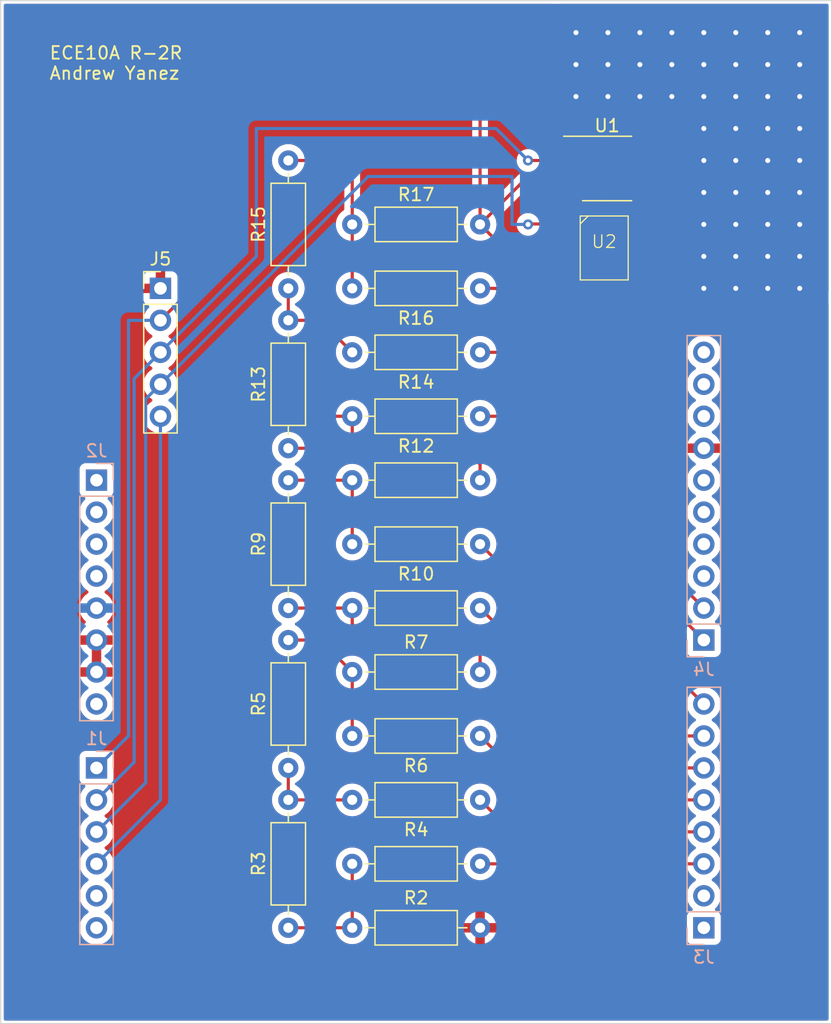
<source format=kicad_pcb>
(kicad_pcb (version 20221018) (generator pcbnew)
  (layers (0 "F.Cu" signal) (31 "B.Cu" signal) (34 "B.Paste" user) (35 "F.Paste" user) (36 "B.SilkS" user "B.Silkscreen") (37 "F.SilkS" user "F.Silkscreen") (38 "B.Mask" user) (39 "F.Mask" user) (44 "Edge.Cuts" user))
  (net 0 "")
  (net 1 "/vout_r2r")
  (net 2 "/vout_ltc")
  (net 3 "/vout_mcp")
  (net 4 "/ARDUINO_A3")
  (net 11 "+5V")
  (net 12 "GND")
  (net 14 "/vin0")
  (net 15 "/vin1")
  (net 16 "/vin2")
  (net 17 "/vin3")
  (net 18 "/vin4")
  (net 19 "/vin5")
  (net 20 "/vin6")
  (net 21 "/vin7")
  (net 31 "Net-(R1-Pad2)")
  (net 32 "Net-(R3-Pad2)")
  (net 33 "Net-(R5-Pad2)")
  (net 34 "Net-(R7-Pad2)")
  (net 35 "Net-(R10-Pad2)")
  (net 36 "Net-(R11-Pad2)")
  (net 37 "Net-(R13-Pad2)")
  (net 38 "Net-(R15-Pad2)")
  (footprint "Resistor_THT:R_Axial_DIN0207_L6.3mm_D2.5mm_P10.16mm_Horizontal" (layer "F.Cu") (at 106.68 43.18 180)
    (fp_text reference "R14" (at 5.08 -2.37) (layer "F.SilkS"))
    (fp_text value "20k")
    (fp_line (start 1.04 0) (end 1.81 0) (stroke (width 0.12)) (layer "F.SilkS"))
    (fp_line (start 1.81 -1.37) (end 1.81 1.37) (stroke (width 0.12)) (layer "F.SilkS"))
    (fp_line (start 1.81 1.37) (end 8.35 1.37) (stroke (width 0.12)) (layer "F.SilkS"))
    (fp_line (start 8.35 -1.37) (end 1.81 -1.37) (stroke (width 0.12)) (layer "F.SilkS"))
    (fp_line (start 8.35 1.37) (end 8.35 -1.37) (stroke (width 0.12)) (layer "F.SilkS"))
    (fp_line (start 9.12 0) (end 8.35 0) (stroke (width 0.12)) (layer "F.SilkS"))
    (pad "1" thru_hole circle (at 0 0 180) (size 1.6 1.6) (drill 0.8) (layers "*.Cu" "*.Mask") (net 20 "/vin6"))
    (pad "2" thru_hole oval (at 10.16 0 180) (size 1.6 1.6) (drill 0.8) (layers "*.Cu" "*.Mask") (net 37 "Net-(R13-Pad2)"))
  )
  (footprint "Resistor_THT:R_Axial_DIN0207_L6.3mm_D2.5mm_P10.16mm_Horizontal" (layer "F.Cu") (at 91.44 38.1 90)
    (fp_text reference "R15" (at 5.08 -2.37 90) (layer "F.SilkS"))
    (fp_text value "10k")
    (fp_line (start 1.04 0) (end 1.81 0) (stroke (width 0.12)) (layer "F.SilkS"))
    (fp_line (start 1.81 -1.37) (end 1.81 1.37) (stroke (width 0.12)) (layer "F.SilkS"))
    (fp_line (start 1.81 1.37) (end 8.35 1.37) (stroke (width 0.12)) (layer "F.SilkS"))
    (fp_line (start 8.35 -1.37) (end 1.81 -1.37) (stroke (width 0.12)) (layer "F.SilkS"))
    (fp_line (start 8.35 1.37) (end 8.35 -1.37) (stroke (width 0.12)) (layer "F.SilkS"))
    (fp_line (start 9.12 0) (end 8.35 0) (stroke (width 0.12)) (layer "F.SilkS"))
    (pad "1" thru_hole circle (at 0 0 90) (size 1.6 1.6) (drill 0.8) (layers "*.Cu" "*.Mask") (net 37 "Net-(R13-Pad2)"))
    (pad "2" thru_hole oval (at 10.16 0 90) (size 1.6 1.6) (drill 0.8) (layers "*.Cu" "*.Mask") (net 38 "Net-(R15-Pad2)"))
  )
  (footprint "Resistor_THT:R_Axial_DIN0207_L6.3mm_D2.5mm_P10.16mm_Horizontal" (layer "F.Cu") (at 96.52 68.58)
    (fp_text reference "R7" (at 5.08 -2.37) (layer "F.SilkS"))
    (fp_text value "10k")
    (fp_line (start 1.04 0) (end 1.81 0) (stroke (width 0.12)) (layer "F.SilkS"))
    (fp_line (start 1.81 -1.37) (end 1.81 1.37) (stroke (width 0.12)) (layer "F.SilkS"))
    (fp_line (start 1.81 1.37) (end 8.35 1.37) (stroke (width 0.12)) (layer "F.SilkS"))
    (fp_line (start 8.35 -1.37) (end 1.81 -1.37) (stroke (width 0.12)) (layer "F.SilkS"))
    (fp_line (start 8.35 1.37) (end 8.35 -1.37) (stroke (width 0.12)) (layer "F.SilkS"))
    (fp_line (start 9.12 0) (end 8.35 0) (stroke (width 0.12)) (layer "F.SilkS"))
    (pad "1" thru_hole circle (at 0 0) (size 1.6 1.6) (drill 0.8) (layers "*.Cu" "*.Mask") (net 33 "Net-(R5-Pad2)"))
    (pad "2" thru_hole oval (at 10.16 0) (size 1.6 1.6) (drill 0.8) (layers "*.Cu" "*.Mask") (net 34 "Net-(R7-Pad2)"))
  )
  (footprint "Resistor_THT:R_Axial_DIN0207_L6.3mm_D2.5mm_P10.16mm_Horizontal" (layer "F.Cu") (at 106.68 48.26 180)
    (fp_text reference "R12" (at 5.08 -2.37) (layer "F.SilkS"))
    (fp_text value "20k")
    (fp_line (start 1.04 0) (end 1.81 0) (stroke (width 0.12)) (layer "F.SilkS"))
    (fp_line (start 1.81 -1.37) (end 1.81 1.37) (stroke (width 0.12)) (layer "F.SilkS"))
    (fp_line (start 1.81 1.37) (end 8.35 1.37) (stroke (width 0.12)) (layer "F.SilkS"))
    (fp_line (start 8.35 -1.37) (end 1.81 -1.37) (stroke (width 0.12)) (layer "F.SilkS"))
    (fp_line (start 8.35 1.37) (end 8.35 -1.37) (stroke (width 0.12)) (layer "F.SilkS"))
    (fp_line (start 9.12 0) (end 8.35 0) (stroke (width 0.12)) (layer "F.SilkS"))
    (pad "1" thru_hole circle (at 0 0 180) (size 1.6 1.6) (drill 0.8) (layers "*.Cu" "*.Mask") (net 19 "/vin5"))
    (pad "2" thru_hole oval (at 10.16 0 180) (size 1.6 1.6) (drill 0.8) (layers "*.Cu" "*.Mask") (net 36 "Net-(R11-Pad2)"))
  )
  (footprint "Resistor_THT:R_Axial_DIN0207_L6.3mm_D2.5mm_P10.16mm_Horizontal" (layer "F.Cu") (at 91.44 88.9 90)
    (fp_text reference "R3" (at 5.08 -2.37 90) (layer "F.SilkS"))
    (fp_text value "10k")
    (fp_line (start 1.04 0) (end 1.81 0) (stroke (width 0.12)) (layer "F.SilkS"))
    (fp_line (start 1.81 -1.37) (end 1.81 1.37) (stroke (width 0.12)) (layer "F.SilkS"))
    (fp_line (start 1.81 1.37) (end 8.35 1.37) (stroke (width 0.12)) (layer "F.SilkS"))
    (fp_line (start 8.35 -1.37) (end 1.81 -1.37) (stroke (width 0.12)) (layer "F.SilkS"))
    (fp_line (start 8.35 1.37) (end 8.35 -1.37) (stroke (width 0.12)) (layer "F.SilkS"))
    (fp_line (start 9.12 0) (end 8.35 0) (stroke (width 0.12)) (layer "F.SilkS"))
    (pad "1" thru_hole circle (at 0 0 90) (size 1.6 1.6) (drill 0.8) (layers "*.Cu" "*.Mask") (net 31 "Net-(R1-Pad2)"))
    (pad "2" thru_hole oval (at 10.16 0 90) (size 1.6 1.6) (drill 0.8) (layers "*.Cu" "*.Mask") (net 32 "Net-(R3-Pad2)"))
  )
  (footprint "Resistor_THT:R_Axial_DIN0207_L6.3mm_D2.5mm_P10.16mm_Horizontal" (layer "F.Cu") (at 96.52 33.02)
    (fp_text reference "R17" (at 5.08 -2.37) (layer "F.SilkS"))
    (fp_text value "10k")
    (fp_line (start 1.04 0) (end 1.81 0) (stroke (width 0.12)) (layer "F.SilkS"))
    (fp_line (start 1.81 -1.37) (end 1.81 1.37) (stroke (width 0.12)) (layer "F.SilkS"))
    (fp_line (start 1.81 1.37) (end 8.35 1.37) (stroke (width 0.12)) (layer "F.SilkS"))
    (fp_line (start 8.35 -1.37) (end 1.81 -1.37) (stroke (width 0.12)) (layer "F.SilkS"))
    (fp_line (start 8.35 1.37) (end 8.35 -1.37) (stroke (width 0.12)) (layer "F.SilkS"))
    (fp_line (start 9.12 0) (end 8.35 0) (stroke (width 0.12)) (layer "F.SilkS"))
    (pad "1" thru_hole circle (at 0 0) (size 1.6 1.6) (drill 0.8) (layers "*.Cu" "*.Mask") (net 38 "Net-(R15-Pad2)"))
    (pad "2" thru_hole oval (at 10.16 0) (size 1.6 1.6) (drill 0.8) (layers "*.Cu" "*.Mask") (net 1 "/vout_r2r"))
  )
  (footprint "Resistor_THT:R_Axial_DIN0207_L6.3mm_D2.5mm_P10.16mm_Horizontal" (layer "F.Cu") (at 106.68 78.74 180)
    (fp_text reference "R4" (at 5.08 -2.37) (layer "F.SilkS"))
    (fp_text value "20k")
    (fp_line (start 1.04 0) (end 1.81 0) (stroke (width 0.12)) (layer "F.SilkS"))
    (fp_line (start 1.81 -1.37) (end 1.81 1.37) (stroke (width 0.12)) (layer "F.SilkS"))
    (fp_line (start 1.81 1.37) (end 8.35 1.37) (stroke (width 0.12)) (layer "F.SilkS"))
    (fp_line (start 8.35 -1.37) (end 1.81 -1.37) (stroke (width 0.12)) (layer "F.SilkS"))
    (fp_line (start 8.35 1.37) (end 8.35 -1.37) (stroke (width 0.12)) (layer "F.SilkS"))
    (fp_line (start 9.12 0) (end 8.35 0) (stroke (width 0.12)) (layer "F.SilkS"))
    (pad "1" thru_hole circle (at 0 0 180) (size 1.6 1.6) (drill 0.8) (layers "*.Cu" "*.Mask") (net 15 "/vin1"))
    (pad "2" thru_hole oval (at 10.16 0 180) (size 1.6 1.6) (drill 0.8) (layers "*.Cu" "*.Mask") (net 32 "Net-(R3-Pad2)"))
  )
  (footprint "Resistor_THT:R_Axial_DIN0207_L6.3mm_D2.5mm_P10.16mm_Horizontal" (layer "F.Cu") (at 91.44 76.2 90)
    (fp_text reference "R5" (at 5.08 -2.37 90) (layer "F.SilkS"))
    (fp_text value "10k")
    (fp_line (start 1.04 0) (end 1.81 0) (stroke (width 0.12)) (layer "F.SilkS"))
    (fp_line (start 1.81 -1.37) (end 1.81 1.37) (stroke (width 0.12)) (layer "F.SilkS"))
    (fp_line (start 1.81 1.37) (end 8.35 1.37) (stroke (width 0.12)) (layer "F.SilkS"))
    (fp_line (start 8.35 -1.37) (end 1.81 -1.37) (stroke (width 0.12)) (layer "F.SilkS"))
    (fp_line (start 8.35 1.37) (end 8.35 -1.37) (stroke (width 0.12)) (layer "F.SilkS"))
    (fp_line (start 9.12 0) (end 8.35 0) (stroke (width 0.12)) (layer "F.SilkS"))
    (pad "1" thru_hole circle (at 0 0 90) (size 1.6 1.6) (drill 0.8) (layers "*.Cu" "*.Mask") (net 32 "Net-(R3-Pad2)"))
    (pad "2" thru_hole oval (at 10.16 0 90) (size 1.6 1.6) (drill 0.8) (layers "*.Cu" "*.Mask") (net 33 "Net-(R5-Pad2)"))
  )
  (footprint "Resistor_THT:R_Axial_DIN0207_L6.3mm_D2.5mm_P10.16mm_Horizontal" (layer "F.Cu") (at 106.68 38.1 180)
    (fp_text reference "R16" (at 5.08 -2.37) (layer "F.SilkS"))
    (fp_text value "20k")
    (fp_line (start 1.04 0) (end 1.81 0) (stroke (width 0.12)) (layer "F.SilkS"))
    (fp_line (start 1.81 -1.37) (end 1.81 1.37) (stroke (width 0.12)) (layer "F.SilkS"))
    (fp_line (start 1.81 1.37) (end 8.35 1.37) (stroke (width 0.12)) (layer "F.SilkS"))
    (fp_line (start 8.35 -1.37) (end 1.81 -1.37) (stroke (width 0.12)) (layer "F.SilkS"))
    (fp_line (start 8.35 1.37) (end 8.35 -1.37) (stroke (width 0.12)) (layer "F.SilkS"))
    (fp_line (start 9.12 0) (end 8.35 0) (stroke (width 0.12)) (layer "F.SilkS"))
    (pad "1" thru_hole circle (at 0 0 180) (size 1.6 1.6) (drill 0.8) (layers "*.Cu" "*.Mask") (net 21 "/vin7"))
    (pad "2" thru_hole oval (at 10.16 0 180) (size 1.6 1.6) (drill 0.8) (layers "*.Cu" "*.Mask") (net 38 "Net-(R15-Pad2)"))
  )
  (footprint "Resistor_THT:R_Axial_DIN0207_L6.3mm_D2.5mm_P10.16mm_Horizontal" (layer "F.Cu") (at 106.68 63.5 180)
    (fp_text reference "R8" hide)
    (fp_text value "20k")
    (fp_line (start 1.04 0) (end 1.81 0) (stroke (width 0.12)) (layer "F.SilkS"))
    (fp_line (start 1.81 -1.37) (end 1.81 1.37) (stroke (width 0.12)) (layer "F.SilkS"))
    (fp_line (start 1.81 1.37) (end 8.35 1.37) (stroke (width 0.12)) (layer "F.SilkS"))
    (fp_line (start 8.35 -1.37) (end 1.81 -1.37) (stroke (width 0.12)) (layer "F.SilkS"))
    (fp_line (start 8.35 1.37) (end 8.35 -1.37) (stroke (width 0.12)) (layer "F.SilkS"))
    (fp_line (start 9.12 0) (end 8.35 0) (stroke (width 0.12)) (layer "F.SilkS"))
    (pad "1" thru_hole circle (at 0 0 180) (size 1.6 1.6) (drill 0.8) (layers "*.Cu" "*.Mask") (net 17 "/vin3"))
    (pad "2" thru_hole oval (at 10.16 0 180) (size 1.6 1.6) (drill 0.8) (layers "*.Cu" "*.Mask") (net 34 "Net-(R7-Pad2)"))
  )
  (footprint "Resistor_THT:R_Axial_DIN0207_L6.3mm_D2.5mm_P10.16mm_Horizontal" (layer "F.Cu") (at 96.52 53.34)
    (fp_text reference "R11" hide)
    (fp_text value "10k")
    (fp_line (start 1.04 0) (end 1.81 0) (stroke (width 0.12)) (layer "F.SilkS"))
    (fp_line (start 1.81 -1.37) (end 1.81 1.37) (stroke (width 0.12)) (layer "F.SilkS"))
    (fp_line (start 1.81 1.37) (end 8.35 1.37) (stroke (width 0.12)) (layer "F.SilkS"))
    (fp_line (start 8.35 -1.37) (end 1.81 -1.37) (stroke (width 0.12)) (layer "F.SilkS"))
    (fp_line (start 8.35 1.37) (end 8.35 -1.37) (stroke (width 0.12)) (layer "F.SilkS"))
    (fp_line (start 9.12 0) (end 8.35 0) (stroke (width 0.12)) (layer "F.SilkS"))
    (pad "1" thru_hole circle (at 0 0) (size 1.6 1.6) (drill 0.8) (layers "*.Cu" "*.Mask") (net 35 "Net-(R10-Pad2)"))
    (pad "2" thru_hole oval (at 10.16 0) (size 1.6 1.6) (drill 0.8) (layers "*.Cu" "*.Mask") (net 36 "Net-(R11-Pad2)"))
  )
  (footprint "Resistor_THT:R_Axial_DIN0207_L6.3mm_D2.5mm_P10.16mm_Horizontal" (layer "F.Cu") (at 106.68 83.82 180)
    (fp_text reference "R1" hide)
    (fp_text value "20k")
    (fp_line (start 1.04 0) (end 1.81 0) (stroke (width 0.12)) (layer "F.SilkS"))
    (fp_line (start 1.81 -1.37) (end 1.81 1.37) (stroke (width 0.12)) (layer "F.SilkS"))
    (fp_line (start 1.81 1.37) (end 8.35 1.37) (stroke (width 0.12)) (layer "F.SilkS"))
    (fp_line (start 8.35 -1.37) (end 1.81 -1.37) (stroke (width 0.12)) (layer "F.SilkS"))
    (fp_line (start 8.35 1.37) (end 8.35 -1.37) (stroke (width 0.12)) (layer "F.SilkS"))
    (fp_line (start 9.12 0) (end 8.35 0) (stroke (width 0.12)) (layer "F.SilkS"))
    (pad "1" thru_hole circle (at 0 0 180) (size 1.6 1.6) (drill 0.8) (layers "*.Cu" "*.Mask") (net 14 "/vin0"))
    (pad "2" thru_hole oval (at 10.16 0 180) (size 1.6 1.6) (drill 0.8) (layers "*.Cu" "*.Mask") (net 31 "Net-(R1-Pad2)"))
  )
  (footprint "Connector_PinHeader_2.54mm:PinHeader_1x05_P2.54mm_Vertical" (layer "F.Cu") (at 81.28 38.1)
    (fp_text reference "J5" (at 0 -2.33) (layer "F.SilkS"))
    (fp_text value "Conn_01x05")
    (fp_line (start -1.33 -1.33) (end 0 -1.33) (stroke (width 0.12)) (layer "F.SilkS"))
    (fp_line (start -1.33 0) (end -1.33 -1.33) (stroke (width 0.12)) (layer "F.SilkS"))
    (fp_line (start -1.33 1.27) (end -1.33 11.49) (stroke (width 0.12)) (layer "F.SilkS"))
    (fp_line (start -1.33 1.27) (end 1.33 1.27) (stroke (width 0.12)) (layer "F.SilkS"))
    (fp_line (start -1.33 11.49) (end 1.33 11.49) (stroke (width 0.12)) (layer "F.SilkS"))
    (fp_line (start 1.33 1.27) (end 1.33 11.49) (stroke (width 0.12)) (layer "F.SilkS"))
    (pad "1" thru_hole rect (at 0 0) (size 1.7 1.7) (drill 1) (layers "*.Cu" "*.Mask") (net 12 "GND"))
    (pad "2" thru_hole oval (at 0 2.54) (size 1.7 1.7) (drill 1) (layers "*.Cu" "*.Mask") (net 1 "/vout_r2r"))
    (pad "3" thru_hole oval (at 0 5.08) (size 1.7 1.7) (drill 1) (layers "*.Cu" "*.Mask") (net 2 "/vout_ltc"))
    (pad "4" thru_hole oval (at 0 7.62) (size 1.7 1.7) (drill 1) (layers "*.Cu" "*.Mask") (net 3 "/vout_mcp"))
    (pad "5" thru_hole oval (at 0 10.16) (size 1.7 1.7) (drill 1) (layers "*.Cu" "*.Mask") (net 4 "/ARDUINO_A3"))
  )
  (footprint "Package_SO:SOIC-8_3.9x4.9mm_P1.27mm" (layer "F.Cu") (at 116.775 28.575)
    (fp_text reference "U1" (at 0 -3.4) (layer "F.SilkS"))
    (fp_text value "LTC1152")
    (fp_line (start 0 -2.56) (end -3.45 -2.56) (stroke (width 0.12)) (layer "F.SilkS"))
    (fp_line (start 0 -2.56) (end 1.95 -2.56) (stroke (width 0.12)) (layer "F.SilkS"))
    (fp_line (start 0 2.56) (end -1.95 2.56) (stroke (width 0.12)) (layer "F.SilkS"))
    (fp_line (start 0 2.56) (end 1.95 2.56) (stroke (width 0.12)) (layer "F.SilkS"))
    (pad "1" smd roundrect (at -2.475 -1.905) (size 1.95 0.6) (layers "F.Cu" "F.Paste" "F.Mask") (net 11 "+5V"))
    (pad "2" smd roundrect (at -2.475 -0.635) (size 1.95 0.6) (layers "F.Cu" "F.Paste" "F.Mask") (net 2 "/vout_ltc"))
    (pad "3" smd roundrect (at -2.475 0.635) (size 1.95 0.6) (layers "F.Cu" "F.Paste" "F.Mask") (net 1 "/vout_r2r"))
    (pad "4" smd roundrect (at -2.475 1.905) (size 1.95 0.6) (layers "F.Cu" "F.Paste" "F.Mask") (net 12 "GND"))
    (pad "5" smd roundrect (at 2.475 1.905) (size 1.95 0.6) (layers "F.Cu" "F.Paste" "F.Mask"))
    (pad "6" smd roundrect (at 2.475 0.635) (size 1.95 0.6) (layers "F.Cu" "F.Paste" "F.Mask") (net 2 "/vout_ltc"))
    (pad "7" smd roundrect (at 2.475 -0.635) (size 1.95 0.6) (layers "F.Cu" "F.Paste" "F.Mask") (net 11 "+5V"))
    (pad "8" smd roundrect (at 2.475 -1.905) (size 1.95 0.6) (layers "F.Cu" "F.Paste" "F.Mask"))
  )
  (footprint "Resistor_THT:R_Axial_DIN0207_L6.3mm_D2.5mm_P10.16mm_Horizontal" (layer "F.Cu") (at 91.44 63.5 90)
    (fp_text reference "R9" (at 5.08 -2.37 90) (layer "F.SilkS"))
    (fp_text value "10k")
    (fp_line (start 1.04 0) (end 1.81 0) (stroke (width 0.12)) (layer "F.SilkS"))
    (fp_line (start 1.81 -1.37) (end 1.81 1.37) (stroke (width 0.12)) (layer "F.SilkS"))
    (fp_line (start 1.81 1.37) (end 8.35 1.37) (stroke (width 0.12)) (layer "F.SilkS"))
    (fp_line (start 8.35 -1.37) (end 1.81 -1.37) (stroke (width 0.12)) (layer "F.SilkS"))
    (fp_line (start 8.35 1.37) (end 8.35 -1.37) (stroke (width 0.12)) (layer "F.SilkS"))
    (fp_line (start 9.12 0) (end 8.35 0) (stroke (width 0.12)) (layer "F.SilkS"))
    (pad "1" thru_hole circle (at 0 0 90) (size 1.6 1.6) (drill 0.8) (layers "*.Cu" "*.Mask") (net 34 "Net-(R7-Pad2)"))
    (pad "2" thru_hole oval (at 10.16 0 90) (size 1.6 1.6) (drill 0.8) (layers "*.Cu" "*.Mask") (net 35 "Net-(R10-Pad2)"))
  )
  (footprint "Yanez -OpAmp:SOIC-8" (layer "F.Cu") (at 116.5425 34.89)
    (fp_text reference "U2" (at 0 -0.5 unlocked) (layer "F.SilkS") (effects (font (thickness 0.1))))
    (fp_text value "~")
    (fp_line (start -1.905 -2.54) (end 1.905 -2.54) (stroke (width 0.1)) (layer "F.SilkS"))
    (fp_line (start -1.905 -1.905) (end -1.905 -2.54) (stroke (width 0.1)) (layer "F.SilkS"))
    (fp_line (start -1.905 -1.905) (end -1.27 -2.54) (stroke (width 0.1)) (layer "F.SilkS"))
    (fp_line (start -1.905 2.54) (end -1.905 -1.905) (stroke (width 0.1)) (layer "F.SilkS"))
    (fp_line (start 1.905 -2.54) (end 1.905 2.54) (stroke (width 0.1)) (layer "F.SilkS"))
    (fp_line (start 1.905 2.54) (end -1.905 2.54) (stroke (width 0.1)) (layer "F.SilkS"))
    (pad "1" smd roundrect (at -2.54 -1.905) (size 1.905 0.635) (layers "F.Cu" "F.Paste" "F.Mask") (net 3 "/vout_mcp"))
    (pad "2" smd roundrect (at -2.54 -0.635) (size 1.905 0.635) (layers "F.Cu" "F.Paste" "F.Mask") (net 3 "/vout_mcp"))
    (pad "3" smd roundrect (at -2.54 0.635) (size 1.905 0.635) (layers "F.Cu" "F.Paste" "F.Mask") (net 1 "/vout_r2r"))
    (pad "4" smd roundrect (at -2.54 1.905) (size 1.905 0.635) (layers "F.Cu" "F.Paste" "F.Mask") (net 12 "GND"))
    (pad "5" smd roundrect (at 2.54 1.905) (size 1.905 0.635) (layers "F.Cu" "F.Paste" "F.Mask"))
    (pad "6" smd roundrect (at 2.54 0.635) (size 1.905 0.635) (layers "F.Cu" "F.Paste" "F.Mask"))
    (pad "7" smd roundrect (at 2.54 -0.635) (size 1.905 0.635) (layers "F.Cu" "F.Paste" "F.Mask"))
    (pad "8" smd roundrect (at 2.54 -1.905) (size 1.905 0.635) (layers "F.Cu" "F.Paste" "F.Mask") (net 11 "+5V"))
  )
  (footprint "Resistor_THT:R_Axial_DIN0207_L6.3mm_D2.5mm_P10.16mm_Horizontal" (layer "F.Cu") (at 106.68 58.42 180)
    (fp_text reference "R10" (at 5.08 -2.37) (layer "F.SilkS"))
    (fp_text value "20k")
    (fp_line (start 1.04 0) (end 1.81 0) (stroke (width 0.12)) (layer "F.SilkS"))
    (fp_line (start 1.81 -1.37) (end 1.81 1.37) (stroke (width 0.12)) (layer "F.SilkS"))
    (fp_line (start 1.81 1.37) (end 8.35 1.37) (stroke (width 0.12)) (layer "F.SilkS"))
    (fp_line (start 8.35 -1.37) (end 1.81 -1.37) (stroke (width 0.12)) (layer "F.SilkS"))
    (fp_line (start 8.35 1.37) (end 8.35 -1.37) (stroke (width 0.12)) (layer "F.SilkS"))
    (fp_line (start 9.12 0) (end 8.35 0) (stroke (width 0.12)) (layer "F.SilkS"))
    (pad "1" thru_hole circle (at 0 0 180) (size 1.6 1.6) (drill 0.8) (layers "*.Cu" "*.Mask") (net 18 "/vin4"))
    (pad "2" thru_hole oval (at 10.16 0 180) (size 1.6 1.6) (drill 0.8) (layers "*.Cu" "*.Mask") (net 35 "Net-(R10-Pad2)"))
  )
  (footprint "Resistor_THT:R_Axial_DIN0207_L6.3mm_D2.5mm_P10.16mm_Horizontal" (layer "F.Cu") (at 106.68 73.66 180)
    (fp_text reference "R6" (at 5.08 -2.37) (layer "F.SilkS"))
    (fp_text value "20k")
    (fp_line (start 1.04 0) (end 1.81 0) (stroke (width 0.12)) (layer "F.SilkS"))
    (fp_line (start 1.81 -1.37) (end 1.81 1.37) (stroke (width 0.12)) (layer "F.SilkS"))
    (fp_line (start 1.81 1.37) (end 8.35 1.37) (stroke (width 0.12)) (layer "F.SilkS"))
    (fp_line (start 8.35 -1.37) (end 1.81 -1.37) (stroke (width 0.12)) (layer "F.SilkS"))
    (fp_line (start 8.35 1.37) (end 8.35 -1.37) (stroke (width 0.12)) (layer "F.SilkS"))
    (fp_line (start 9.12 0) (end 8.35 0) (stroke (width 0.12)) (layer "F.SilkS"))
    (pad "1" thru_hole circle (at 0 0 180) (size 1.6 1.6) (drill 0.8) (layers "*.Cu" "*.Mask") (net 16 "/vin2"))
    (pad "2" thru_hole oval (at 10.16 0 180) (size 1.6 1.6) (drill 0.8) (layers "*.Cu" "*.Mask") (net 33 "Net-(R5-Pad2)"))
  )
  (footprint "Resistor_THT:R_Axial_DIN0207_L6.3mm_D2.5mm_P10.16mm_Horizontal" (layer "F.Cu") (at 91.44 50.8 90)
    (fp_text reference "R13" (at 5.08 -2.37 90) (layer "F.SilkS"))
    (fp_text value "10k")
    (fp_line (start 1.04 0) (end 1.81 0) (stroke (width 0.12)) (layer "F.SilkS"))
    (fp_line (start 1.81 -1.37) (end 1.81 1.37) (stroke (width 0.12)) (layer "F.SilkS"))
    (fp_line (start 1.81 1.37) (end 8.35 1.37) (stroke (width 0.12)) (layer "F.SilkS"))
    (fp_line (start 8.35 -1.37) (end 1.81 -1.37) (stroke (width 0.12)) (layer "F.SilkS"))
    (fp_line (start 8.35 1.37) (end 8.35 -1.37) (stroke (width 0.12)) (layer "F.SilkS"))
    (fp_line (start 9.12 0) (end 8.35 0) (stroke (width 0.12)) (layer "F.SilkS"))
    (pad "1" thru_hole circle (at 0 0 90) (size 1.6 1.6) (drill 0.8) (layers "*.Cu" "*.Mask") (net 36 "Net-(R11-Pad2)"))
    (pad "2" thru_hole oval (at 10.16 0 90) (size 1.6 1.6) (drill 0.8) (layers "*.Cu" "*.Mask") (net 37 "Net-(R13-Pad2)"))
  )
  (footprint "Resistor_THT:R_Axial_DIN0207_L6.3mm_D2.5mm_P10.16mm_Horizontal" (layer "F.Cu") (at 96.52 88.9)
    (fp_text reference "R2" (at 5.08 -2.37) (layer "F.SilkS"))
    (fp_text value "20k")
    (fp_line (start 1.04 0) (end 1.81 0) (stroke (width 0.12)) (layer "F.SilkS"))
    (fp_line (start 1.81 -1.37) (end 1.81 1.37) (stroke (width 0.12)) (layer "F.SilkS"))
    (fp_line (start 1.81 1.37) (end 8.35 1.37) (stroke (width 0.12)) (layer "F.SilkS"))
    (fp_line (start 8.35 -1.37) (end 1.81 -1.37) (stroke (width 0.12)) (layer "F.SilkS"))
    (fp_line (start 8.35 1.37) (end 8.35 -1.37) (stroke (width 0.12)) (layer "F.SilkS"))
    (fp_line (start 9.12 0) (end 8.35 0) (stroke (width 0.12)) (layer "F.SilkS"))
    (pad "1" thru_hole circle (at 0 0) (size 1.6 1.6) (drill 0.8) (layers "*.Cu" "*.Mask") (net 31 "Net-(R1-Pad2)"))
    (pad "2" thru_hole oval (at 10.16 0) (size 1.6 1.6) (drill 0.8) (layers "*.Cu" "*.Mask") (net 12 "GND"))
  )
  (footprint "Connector_PinHeader_2.54mm:PinHeader_1x08_P2.54mm_Vertical" (layer "B.Cu") (at 76.2 53.34 180)
    (fp_text reference "J2" (at 0 2.33) (layer "B.SilkS") (effects (justify mirror)))
    (fp_text value "Conn_01x08")
    (fp_line (start -1.33 -19.11) (end 1.33 -19.11) (stroke (width 0.12)) (layer "B.SilkS"))
    (fp_line (start -1.33 -1.27) (end -1.33 -19.11) (stroke (width 0.12)) (layer "B.SilkS"))
    (fp_line (start -1.33 -1.27) (end 1.33 -1.27) (stroke (width 0.12)) (layer "B.SilkS"))
    (fp_line (start -1.33 0) (end -1.33 1.33) (stroke (width 0.12)) (layer "B.SilkS"))
    (fp_line (start -1.33 1.33) (end 0 1.33) (stroke (width 0.12)) (layer "B.SilkS"))
    (fp_line (start 1.33 -1.27) (end 1.33 -19.11) (stroke (width 0.12)) (layer "B.SilkS"))
    (pad "1" thru_hole rect (at 0 0 180) (size 1.7 1.7) (drill 1) (layers "*.Cu" "*.Mask"))
    (pad "2" thru_hole oval (at 0 -2.54 180) (size 1.7 1.7) (drill 1) (layers "*.Cu" "*.Mask"))
    (pad "3" thru_hole oval (at 0 -5.08 180) (size 1.7 1.7) (drill 1) (layers "*.Cu" "*.Mask"))
    (pad "4" thru_hole oval (at 0 -7.62 180) (size 1.7 1.7) (drill 1) (layers "*.Cu" "*.Mask"))
    (pad "5" thru_hole oval (at 0 -10.16 180) (size 1.7 1.7) (drill 1) (layers "*.Cu" "*.Mask") (net 11 "+5V"))
    (pad "6" thru_hole oval (at 0 -12.7 180) (size 1.7 1.7) (drill 1) (layers "*.Cu" "*.Mask") (net 12 "GND"))
    (pad "7" thru_hole oval (at 0 -15.24 180) (size 1.7 1.7) (drill 1) (layers "*.Cu" "*.Mask") (net 12 "GND"))
    (pad "8" thru_hole oval (at 0 -17.78 180) (size 1.7 1.7) (drill 1) (layers "*.Cu" "*.Mask"))
  )
  (footprint "Connector_PinHeader_2.54mm:PinHeader_1x06_P2.54mm_Vertical" (layer "B.Cu") (at 76.2 76.2 180)
    (fp_text reference "J1" (at 0 2.33) (layer "B.SilkS") (effects (justify mirror)))
    (fp_text value "Conn_01x06")
    (fp_line (start -1.33 -14.03) (end 1.33 -14.03) (stroke (width 0.12)) (layer "B.SilkS"))
    (fp_line (start -1.33 -1.27) (end -1.33 -14.03) (stroke (width 0.12)) (layer "B.SilkS"))
    (fp_line (start -1.33 -1.27) (end 1.33 -1.27) (stroke (width 0.12)) (layer "B.SilkS"))
    (fp_line (start -1.33 0) (end -1.33 1.33) (stroke (width 0.12)) (layer "B.SilkS"))
    (fp_line (start -1.33 1.33) (end 0 1.33) (stroke (width 0.12)) (layer "B.SilkS"))
    (fp_line (start 1.33 -1.27) (end 1.33 -14.03) (stroke (width 0.12)) (layer "B.SilkS"))
    (pad "1" thru_hole rect (at 0 0 180) (size 1.7 1.7) (drill 1) (layers "*.Cu" "*.Mask") (net 1 "/vout_r2r"))
    (pad "2" thru_hole oval (at 0 -2.54 180) (size 1.7 1.7) (drill 1) (layers "*.Cu" "*.Mask") (net 2 "/vout_ltc"))
    (pad "3" thru_hole oval (at 0 -5.08 180) (size 1.7 1.7) (drill 1) (layers "*.Cu" "*.Mask") (net 3 "/vout_mcp"))
    (pad "4" thru_hole oval (at 0 -7.62 180) (size 1.7 1.7) (drill 1) (layers "*.Cu" "*.Mask") (net 4 "/ARDUINO_A3"))
    (pad "5" thru_hole oval (at 0 -10.16 180) (size 1.7 1.7) (drill 1) (layers "*.Cu" "*.Mask"))
    (pad "6" thru_hole oval (at 0 -12.7 180) (size 1.7 1.7) (drill 1) (layers "*.Cu" "*.Mask"))
  )
  (footprint "Connector_PinHeader_2.54mm:PinHeader_1x10_P2.54mm_Vertical" (layer "B.Cu") (at 124.46 66.04)
    (fp_text reference "J4" (at 0 2.33) (layer "B.SilkS") (effects (justify mirror)))
    (fp_text value "Conn_01x10")
    (fp_line (start -1.33 -24.19) (end 1.33 -24.19) (stroke (width 0.12)) (layer "B.SilkS"))
    (fp_line (start -1.33 -1.27) (end -1.33 -24.19) (stroke (width 0.12)) (layer "B.SilkS"))
    (fp_line (start -1.33 -1.27) (end 1.33 -1.27) (stroke (width 0.12)) (layer "B.SilkS"))
    (fp_line (start -1.33 0) (end -1.33 1.33) (stroke (width 0.12)) (layer "B.SilkS"))
    (fp_line (start -1.33 1.33) (end 0 1.33) (stroke (width 0.12)) (layer "B.SilkS"))
    (fp_line (start 1.33 -1.27) (end 1.33 -24.19) (stroke (width 0.12)) (layer "B.SilkS"))
    (pad "1" thru_hole rect (at 0 0) (size 1.7 1.7) (drill 1) (layers "*.Cu" "*.Mask") (net 20 "/vin6"))
    (pad "2" thru_hole oval (at 0 -2.54) (size 1.7 1.7) (drill 1) (layers "*.Cu" "*.Mask") (net 21 "/vin7"))
    (pad "3" thru_hole oval (at 0 -5.08) (size 1.7 1.7) (drill 1) (layers "*.Cu" "*.Mask"))
    (pad "4" thru_hole oval (at 0 -7.62) (size 1.7 1.7) (drill 1) (layers "*.Cu" "*.Mask"))
    (pad "5" thru_hole oval (at 0 -10.16) (size 1.7 1.7) (drill 1) (layers "*.Cu" "*.Mask"))
    (pad "6" thru_hole oval (at 0 -12.7) (size 1.7 1.7) (drill 1) (layers "*.Cu" "*.Mask"))
    (pad "7" thru_hole oval (at 0 -15.24) (size 1.7 1.7) (drill 1) (layers "*.Cu" "*.Mask") (net 12 "GND"))
    (pad "8" thru_hole oval (at 0 -17.78) (size 1.7 1.7) (drill 1) (layers "*.Cu" "*.Mask"))
    (pad "9" thru_hole oval (at 0 -20.32) (size 1.7 1.7) (drill 1) (layers "*.Cu" "*.Mask"))
    (pad "10" thru_hole oval (at 0 -22.86) (size 1.7 1.7) (drill 1) (layers "*.Cu" "*.Mask"))
  )
  (footprint "Connector_PinHeader_2.54mm:PinHeader_1x08_P2.54mm_Vertical" (layer "B.Cu") (at 124.46 88.9)
    (fp_text reference "J3" (at 0 2.33) (layer "B.SilkS") (effects (justify mirror)))
    (fp_text value "Conn_01x08")
    (fp_line (start -1.33 -19.11) (end 1.33 -19.11) (stroke (width 0.12)) (layer "B.SilkS"))
    (fp_line (start -1.33 -1.27) (end -1.33 -19.11) (stroke (width 0.12)) (layer "B.SilkS"))
    (fp_line (start -1.33 -1.27) (end 1.33 -1.27) (stroke (width 0.12)) (layer "B.SilkS"))
    (fp_line (start -1.33 0) (end -1.33 1.33) (stroke (width 0.12)) (layer "B.SilkS"))
    (fp_line (start -1.33 1.33) (end 0 1.33) (stroke (width 0.12)) (layer "B.SilkS"))
    (fp_line (start 1.33 -1.27) (end 1.33 -19.11) (stroke (width 0.12)) (layer "B.SilkS"))
    (pad "1" thru_hole rect (at 0 0) (size 1.7 1.7) (drill 1) (layers "*.Cu" "*.Mask"))
    (pad "2" thru_hole oval (at 0 -2.54) (size 1.7 1.7) (drill 1) (layers "*.Cu" "*.Mask"))
    (pad "3" thru_hole oval (at 0 -5.08) (size 1.7 1.7) (drill 1) (layers "*.Cu" "*.Mask") (net 14 "/vin0"))
    (pad "4" thru_hole oval (at 0 -7.62) (size 1.7 1.7) (drill 1) (layers "*.Cu" "*.Mask") (net 15 "/vin1"))
    (pad "5" thru_hole oval (at 0 -10.16) (size 1.7 1.7) (drill 1) (layers "*.Cu" "*.Mask") (net 16 "/vin2"))
    (pad "6" thru_hole oval (at 0 -12.7) (size 1.7 1.7) (drill 1) (layers "*.Cu" "*.Mask") (net 17 "/vin3"))
    (pad "7" thru_hole oval (at 0 -15.24) (size 1.7 1.7) (drill 1) (layers "*.Cu" "*.Mask") (net 18 "/vin4"))
    (pad "8" thru_hole oval (at 0 -17.78) (size 1.7 1.7) (drill 1) (layers "*.Cu" "*.Mask") (net 19 "/vin5"))
  )
  (gr_line (start 68.58 15.24) (end 134.62 15.24) (stroke (width 0.1)) (layer "Edge.Cuts"))
  (gr_line (start 68.58 20.32) (end 68.58 15.24) (stroke (width 0.1)) (layer "Edge.Cuts"))
  (gr_line (start 134.62 15.24) (end 134.62 96.52) (stroke (width 0.1)) (layer "Edge.Cuts"))
  (gr_line (start 68.58 96.52) (end 68.58 20.32) (stroke (width 0.1)) (layer "Edge.Cuts"))
  (gr_line (start 134.62 96.52) (end 68.58 96.52) (stroke (width 0.1)) (layer "Edge.Cuts"))
  (gr_text "ECE10A R-2R\nAndrew Yanez" (at 72.39 21.59) (layer "F.SilkS") (effects (font (size 1 1)) (justify left bottom)))
  (segment (start 86.36 22.86) (end 106.68 22.86) (width 0.25) (layer "F.Cu") (net 1))
  (segment (start 106.68 33.02) (end 109.185 35.525) (width 0.25) (layer "F.Cu") (net 1))
  (segment (start 81.28 40.64) (end 83.82 38.1) (width 0.25) (layer "F.Cu") (net 1))
  (segment (start 106.68 33.02) (end 110.49 29.21) (width 0.25) (layer "F.Cu") (net 1))
  (segment (start 83.82 38.1) (end 83.82 25.4) (width 0.25) (layer "F.Cu") (net 1))
  (segment (start 109.185 35.525) (end 114.0025 35.525) (width 0.25) (layer "F.Cu") (net 1))
  (segment (start 106.68 22.86) (end 106.68 33.02) (width 0.25) (layer "F.Cu") (net 1))
  (segment (start 110.49 29.21) (end 114.3 29.21) (width 0.25) (layer "F.Cu") (net 1))
  (segment (start 83.82 25.4) (end 86.36 22.86) (width 0.25) (layer "F.Cu") (net 1))
  (segment (start 78.74 73.66) (end 78.74 40.64) (width 0.25) (layer "B.Cu") (net 1))
  (segment (start 78.74 40.64) (end 81.28 40.64) (width 0.25) (layer "B.Cu") (net 1))
  (segment (start 76.2 76.2) (end 78.74 73.66) (width 0.25) (layer "B.Cu") (net 1))
  (segment (start 115.275 27.94) (end 116.545 29.21) (width 0.25) (layer "F.Cu") (net 2))
  (segment (start 114.3 27.94) (end 115.275 27.94) (width 0.25) (layer "F.Cu") (net 2))
  (segment (start 116.545 29.21) (end 119.25 29.21) (width 0.25) (layer "F.Cu") (net 2))
  (segment (start 114.3 27.94) (end 110.49 27.94) (width 0.25) (layer "F.Cu") (net 2))
  (via (at 110.49 27.94) (size 0.8) (drill 0.4) (layers "F.Cu" "B.Cu") (net 2))
  (segment (start 81.28 43.18) (end 88.9 35.56) (width 0.25) (layer "B.Cu") (net 2))
  (segment (start 76.2 78.74) (end 79.19 75.75) (width 0.25) (layer "B.Cu") (net 2))
  (segment (start 79.19 45.27) (end 81.28 43.18) (width 0.25) (layer "B.Cu") (net 2))
  (segment (start 79.19 75.75) (end 79.19 45.27) (width 0.25) (layer "B.Cu") (net 2))
  (segment (start 88.9 35.56) (end 88.9 25.4) (width 0.25) (layer "B.Cu") (net 2))
  (segment (start 107.95 25.4) (end 110.49 27.94) (width 0.25) (layer "B.Cu") (net 2))
  (segment (start 88.9 25.4) (end 107.95 25.4) (width 0.25) (layer "B.Cu") (net 2))
  (segment (start 114.0025 32.985) (end 114.0025 34.255) (width 0.25) (layer "F.Cu") (net 3))
  (segment (start 110.525 32.985) (end 110.49 33.02) (width 0.25) (layer "F.Cu") (net 3))
  (segment (start 114.0025 32.985) (end 110.525 32.985) (width 0.25) (layer "F.Cu") (net 3))
  (via (at 110.49 33.02) (size 0.8) (drill 0.4) (layers "F.Cu" "B.Cu") (net 3))
  (segment (start 80.105 46.895) (end 81.28 45.72) (width 0.25) (layer "B.Cu") (net 3))
  (segment (start 97.79 29.21) (end 109.22 29.21) (width 0.25) (layer "B.Cu") (net 3))
  (segment (start 109.22 33.02) (end 110.49 33.02) (width 0.25) (layer "B.Cu") (net 3))
  (segment (start 81.28 45.72) (end 97.79 29.21) (width 0.25) (layer "B.Cu") (net 3))
  (segment (start 109.22 29.21) (end 109.22 33.02) (width 0.25) (layer "B.Cu") (net 3))
  (segment (start 80.105 77.375) (end 80.105 46.895) (width 0.25) (layer "B.Cu") (net 3))
  (segment (start 76.2 81.28) (end 80.105 77.375) (width 0.25) (layer "B.Cu") (net 3))
  (segment (start 81.28 78.74) (end 76.2 83.82) (width 0.25) (layer "B.Cu") (net 4))
  (segment (start 81.28 48.26) (end 81.28 78.74) (width 0.25) (layer "B.Cu") (net 4))
  (segment (start 120.035 32.985) (end 119.0825 32.985) (width 0.25) (layer "F.Cu") (net 11))
  (via (at 132.08 27.94) (size 0.8) (drill 0.4) (layers "F.Cu" "B.Cu") (net 11))
  (via (at 127 27.94) (size 0.8) (drill 0.4) (layers "F.Cu" "B.Cu") (net 11))
  (via (at 127 20.32) (size 0.8) (drill 0.4) (layers "F.Cu" "B.Cu") (net 11))
  (via (at 124.46 30.48) (size 0.8) (drill 0.4) (layers "F.Cu" "B.Cu") (net 11))
  (via (at 114.3 20.32) (size 0.8) (drill 0.4) (layers "F.Cu" "B.Cu") (net 11))
  (via (at 114.3 17.78) (size 0.8) (drill 0.4) (layers "F.Cu" "B.Cu") (net 11))
  (via (at 132.08 20.32) (size 0.8) (drill 0.4) (layers "F.Cu" "B.Cu") (net 11))
  (via (at 119.38 22.86) (size 0.8) (drill 0.4) (layers "F.Cu" "B.Cu") (net 11))
  (via (at 132.08 17.78) (size 0.8) (drill 0.4) (layers "F.Cu" "B.Cu") (net 11))
  (via (at 129.54 27.94) (size 0.8) (drill 0.4) (layers "F.Cu" "B.Cu") (net 11))
  (via (at 129.54 25.4) (size 0.8) (drill 0.4) (layers "F.Cu" "B.Cu") (net 11))
  (via (at 124.46 38.1) (size 0.8) (drill 0.4) (layers "F.Cu" "B.Cu") (net 11))
  (via (at 127 30.48) (size 0.8) (drill 0.4) (layers "F.Cu" "B.Cu") (net 11))
  (via (at 129.54 30.48) (size 0.8) (drill 0.4) (layers "F.Cu" "B.Cu") (net 11))
  (via (at 124.46 35.56) (size 0.8) (drill 0.4) (layers "F.Cu" "B.Cu") (net 11))
  (via (at 127 17.78) (size 0.8) (drill 0.4) (layers "F.Cu" "B.Cu") (net 11))
  (via (at 121.92 17.78) (size 0.8) (drill 0.4) (layers "F.Cu" "B.Cu") (net 11))
  (via (at 132.08 33.02) (size 0.8) (drill 0.4) (layers "F.Cu" "B.Cu") (net 11))
  (via (at 132.08 30.48) (size 0.8) (drill 0.4) (layers "F.Cu" "B.Cu") (net 11))
  (via (at 127 35.56) (size 0.8) (drill 0.4) (layers "F.Cu" "B.Cu") (net 11))
  (via (at 124.46 20.32) (size 0.8) (drill 0.4) (layers "F.Cu" "B.Cu") (net 11))
  (via (at 129.54 38.1) (size 0.8) (drill 0.4) (layers "F.Cu" "B.Cu") (net 11))
  (via (at 124.46 25.4) (size 0.8) (drill 0.4) (layers "F.Cu" "B.Cu") (net 11))
  (via (at 124.46 17.78) (size 0.8) (drill 0.4) (layers "F.Cu" "B.Cu") (net 11))
  (via (at 124.46 33.02) (size 0.8) (drill 0.4) (layers "F.Cu" "B.Cu") (net 11))
  (via (at 119.38 20.32) (size 0.8) (drill 0.4) (layers "F.Cu" "B.Cu") (net 11))
  (via (at 116.84 22.86) (size 0.8) (drill 0.4) (layers "F.Cu" "B.Cu") (net 11))
  (via (at 121.92 22.86) (size 0.8) (drill 0.4) (layers "F.Cu" "B.Cu") (net 11))
  (via (at 127 38.1) (size 0.8) (drill 0.4) (layers "F.Cu" "B.Cu") (net 11))
  (via (at 127 33.02) (size 0.8) (drill 0.4) (layers "F.Cu" "B.Cu") (net 11))
  (via (at 116.84 17.78) (size 0.8) (drill 0.4) (layers "F.Cu" "B.Cu") (net 11))
  (via (at 114.3 22.86) (size 0.8) (drill 0.4) (layers "F.Cu" "B.Cu") (net 11))
  (via (at 129.54 35.56) (size 0.8) (drill 0.4) (layers "F.Cu" "B.Cu") (net 11))
  (via (at 127 25.4) (size 0.8) (drill 0.4) (layers "F.Cu" "B.Cu") (net 11))
  (via (at 124.46 22.86) (size 0.8) (drill 0.4) (layers "F.Cu" "B.Cu") (net 11))
  (via (at 127 22.86) (size 0.8) (drill 0.4) (layers "F.Cu" "B.Cu") (net 11))
  (via (at 116.84 20.32) (size 0.8) (drill 0.4) (layers "F.Cu" "B.Cu") (net 11))
  (via (at 121.92 20.32) (size 0.8) (drill 0.4) (layers "F.Cu" "B.Cu") (net 11))
  (via (at 132.08 38.1) (size 0.8) (drill 0.4) (layers "F.Cu" "B.Cu") (net 11))
  (via (at 119.38 17.78) (size 0.8) (drill 0.4) (layers "F.Cu" "B.Cu") (net 11))
  (via (at 124.46 27.94) (size 0.8) (drill 0.4) (layers "F.Cu" "B.Cu") (net 11))
  (via (at 132.08 25.4) (size 0.8) (drill 0.4) (layers "F.Cu" "B.Cu") (net 11))
  (via (at 129.54 22.86) (size 0.8) (drill 0.4) (layers "F.Cu" "B.Cu") (net 11))
  (via (at 132.08 22.86) (size 0.8) (drill 0.4) (layers "F.Cu" "B.Cu") (net 11))
  (via (at 129.54 33.02) (size 0.8) (drill 0.4) (layers "F.Cu" "B.Cu") (net 11))
  (via (at 132.08 35.56) (size 0.8) (drill 0.4) (layers "F.Cu" "B.Cu") (net 11))
  (via (at 129.54 17.78) (size 0.8) (drill 0.4) (layers "F.Cu" "B.Cu") (net 11))
  (via (at 129.54 20.32) (size 0.8) (drill 0.4) (layers "F.Cu" "B.Cu") (net 11))
  (segment (start 124.46 83.82) (end 106.68 83.82) (width 0.25) (layer "F.Cu") (net 14))
  (segment (start 124.46 81.28) (end 109.22 81.28) (width 0.25) (layer "F.Cu") (net 15))
  (segment (start 109.22 81.28) (end 106.68 78.74) (width 0.25) (layer "F.Cu") (net 15))
  (segment (start 124.46 78.74) (end 111.76 78.74) (width 0.25) (layer "F.Cu") (net 16))
  (segment (start 111.76 78.74) (end 106.68 73.66) (width 0.25) (layer "F.Cu") (net 16))
  (segment (start 119.38 76.2) (end 106.68 63.5) (width 0.25) (layer "F.Cu") (net 17))
  (segment (start 124.46 76.2) (end 119.38 76.2) (width 0.25) (layer "F.Cu") (net 17))
  (segment (start 124.46 73.66) (end 121.92 73.66) (width 0.25) (layer "F.Cu") (net 18))
  (segment (start 121.92 73.66) (end 106.68 58.42) (width 0.25) (layer "F.Cu") (net 18))
  (segment (start 109.22 48.26) (end 106.68 48.26) (width 0.25) (layer "F.Cu") (net 19))
  (segment (start 109.22 55.88) (end 109.22 48.26) (width 0.25) (layer "F.Cu") (net 19))
  (segment (start 124.46 71.12) (end 109.22 55.88) (width 0.25) (layer "F.Cu") (net 19))
  (segment (start 114.3 55.88) (end 114.3 48.26) (width 0.25) (layer "F.Cu") (net 20))
  (segment (start 114.3 48.26) (end 109.22 43.18) (width 0.25) (layer "F.Cu") (net 20))
  (segment (start 124.46 66.04) (end 114.3 55.88) (width 0.25) (layer "F.Cu") (net 20))
  (segment (start 109.22 43.18) (end 106.68 43.18) (width 0.25) (layer "F.Cu") (net 20))
  (segment (start 120.65 59.69) (end 120.65 50.8) (width 0.25) (layer "F.Cu") (net 21))
  (segment (start 120.65 50.8) (end 107.95 38.1) (width 0.25) (layer "F.Cu") (net 21))
  (segment (start 124.46 63.5) (end 120.65 59.69) (width 0.25) (layer "F.Cu") (net 21))
  (segment (start 107.95 38.1) (end 106.68 38.1) (width 0.25) (layer "F.Cu") (net 21))
  (segment (start 96.52 88.9) (end 96.52 83.82) (width 0.25) (layer "F.Cu") (net 31))
  (segment (start 91.44 88.9) (end 96.52 88.9) (width 0.25) (layer "F.Cu") (net 31))
  (segment (start 91.44 78.74) (end 96.52 78.74) (width 0.25) (layer "F.Cu") (net 32))
  (segment (start 91.44 76.2) (end 91.44 78.74) (width 0.25) (layer "F.Cu") (net 32))
  (segment (start 96.52 68.58) (end 96.52 73.66) (width 0.25) (layer "F.Cu") (net 33))
  (segment (start 93.98 66.04) (end 96.52 68.58) (width 0.25) (layer "F.Cu") (net 33))
  (segment (start 91.44 66.04) (end 93.98 66.04) (width 0.25) (layer "F.Cu") (net 33))
  (segment (start 96.52 63.5) (end 96.52 64.77) (width 0.25) (layer "F.Cu") (net 34))
  (segment (start 106.68 66.04) (end 106.68 68.58) (width 0.25) (layer "F.Cu") (net 34))
  (segment (start 96.52 64.77) (end 97.79 66.04) (width 0.25) (layer "F.Cu") (net 34))
  (segment (start 91.44 63.5) (end 96.52 63.5) (width 0.25) (layer "F.Cu") (net 34))
  (segment (start 97.79 66.04) (end 106.68 66.04) (width 0.25) (layer "F.Cu") (net 34))
  (segment (start 96.52 53.34) (end 96.52 58.42) (width 0.25) (layer "F.Cu") (net 35))
  (segment (start 91.44 53.34) (end 96.52 53.34) (width 0.25) (layer "F.Cu") (net 35))
  (segment (start 106.68 53.34) (end 106.68 52.07) (width 0.25) (layer "F.Cu") (net 36))
  (segment (start 96.52 50.8) (end 96.52 48.26) (width 0.25) (layer "F.Cu") (net 36))
  (segment (start 106.68 52.07) (end 105.41 50.8) (width 0.25) (layer "F.Cu") (net 36))
  (segment (start 105.41 50.8) (end 96.52 50.8) (width 0.25) (layer "F.Cu") (net 36))
  (segment (start 93.98 48.26) (end 96.52 48.26) (width 0.25) (layer "F.Cu") (net 36))
  (segment (start 93.98 50.8) (end 93.98 48.26) (width 0.25) (layer "F.Cu") (net 36))
  (segment (start 91.44 50.8) (end 93.98 50.8) (width 0.25) (layer "F.Cu") (net 36))
  (segment (start 93.98 40.64) (end 96.52 43.18) (width 0.25) (layer "F.Cu") (net 37))
  (segment (start 91.44 40.64) (end 93.98 40.64) (width 0.25) (layer "F.Cu") (net 37))
  (segment (start 91.44 38.1) (end 91.44 40.64) (width 0.25) (layer "F.Cu") (net 37))
  (segment (start 96.52 33.02) (end 96.52 38.1) (width 0.25) (layer "F.Cu") (net 38))
  (segment (start 91.44 27.94) (end 96.52 27.94) (width 0.25) (layer "F.Cu") (net 38))
  (segment (start 96.52 27.94) (end 96.52 33.02) (width 0.25) (layer "F.Cu") (net 38))
  (zone (net 11) (net_name "+5V") (layer "F.Cu") (priority 2) (connect_pads (clearance 0.5)) (min_thickness 0.25) (fill yes (thermal_gap 0.75) (thermal_bridge_width 0.75) (island_removal_mode 1) (island_area_min 10))
    (polygon (pts (xy 134.62 38.1) (xy 133.35 39.37) (xy 116.84 39.37) (xy 116.84 29.21) (xy 115.57 27.94) (xy 113.03 27.94) (xy 113.03 15.24) (xy 134.62 15.24)))
  )
  (zone (net 12) (net_name "GND") (layer "F.Cu") (connect_pads (clearance 0.5)) (min_thickness 0.25) (fill yes (thermal_gap 0.75) (thermal_bridge_width 0.75) (island_removal_mode 1) (island_area_min 10))
    (polygon (pts (xy 68.58 15.24) (xy 134.62 15.24) (xy 134.62 96.52) (xy 68.58 96.52)))
  )
  (zone (net 11) (net_name "+5V") (layer "B.Cu") (priority 1) (connect_pads (clearance 0.5)) (min_thickness 0.25) (fill yes (thermal_gap 0.75) (thermal_bridge_width 0.75))
    (polygon (pts (xy 68.58 15.24) (xy 134.62 15.24) (xy 134.62 96.52) (xy 68.58 96.52)))
  )
)
</source>
